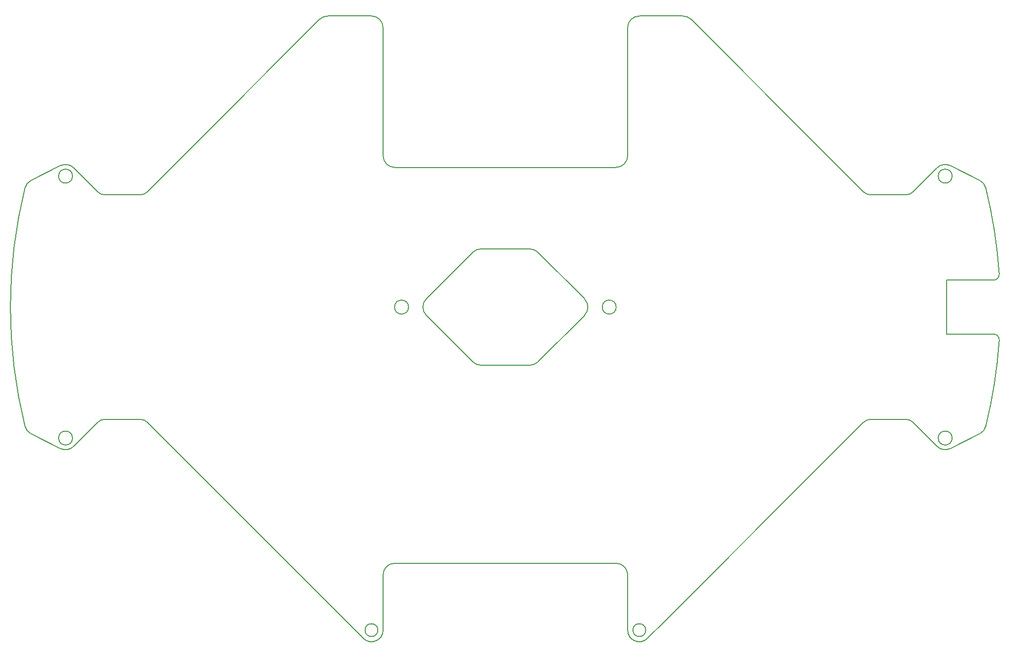
<source format=gm1>
%TF.GenerationSoftware,KiCad,Pcbnew,(6.0.9)*%
%TF.CreationDate,2022-12-21T05:14:32+09:00*%
%TF.ProjectId,main,6d61696e-2e6b-4696-9361-645f70636258,rev?*%
%TF.SameCoordinates,Original*%
%TF.FileFunction,Profile,NP*%
%FSLAX46Y46*%
G04 Gerber Fmt 4.6, Leading zero omitted, Abs format (unit mm)*
G04 Created by KiCad (PCBNEW (6.0.9)) date 2022-12-21 05:14:32*
%MOMM*%
%LPD*%
G01*
G04 APERTURE LIST*
%TA.AperFunction,Profile*%
%ADD10C,0.200000*%
%TD*%
G04 APERTURE END LIST*
D10*
X163585787Y-101414214D02*
X155585787Y-109414214D01*
X87360389Y-80700999D02*
G75*
G03*
X88421049Y-80261670I11J1499999D01*
G01*
X136414213Y-98585786D02*
G75*
G03*
X136414213Y-101414214I1414187J-1414214D01*
G01*
X129000000Y-74000000D02*
X129000000Y-51999999D01*
X219942911Y-119738329D02*
X224117080Y-123912499D01*
X68547494Y-121773748D02*
X73574278Y-124287139D01*
X234809559Y-105686906D02*
G75*
G03*
X233811787Y-104620000I-997759J66906D01*
G01*
X174100000Y-155488851D02*
G75*
G03*
X174100000Y-155488851I-1100000J0D01*
G01*
X67500763Y-79533543D02*
G75*
G03*
X67500763Y-120466457I82499237J-20466457D01*
G01*
X122613437Y-153930717D02*
X125585786Y-156903066D01*
X154171573Y-110000000D02*
X145828427Y-110000000D01*
X68547497Y-78226259D02*
G75*
G03*
X67500763Y-79533543I894403J-1788841D01*
G01*
X234809549Y-94313095D02*
G75*
G03*
X232499237Y-79533543I-84809449J-5686905D01*
G01*
X181903048Y-50585803D02*
G75*
G03*
X180488851Y-49999999I-1414148J-1413997D01*
G01*
X163585787Y-101414214D02*
G75*
G03*
X163585787Y-98585786I-1414187J1414214D01*
G01*
X154171573Y-109999982D02*
G75*
G03*
X155585787Y-109414214I27J1999982D01*
G01*
X180488851Y-49999999D02*
X173000000Y-49999999D01*
X155585787Y-90585786D02*
X163585787Y-98585786D01*
X80057061Y-80261697D02*
G75*
G03*
X81117749Y-80701011I1060639J1060697D01*
G01*
X212639610Y-119298989D02*
X218882250Y-119298989D01*
X225800000Y-95380000D02*
X233811787Y-95380000D01*
X129000000Y-74000000D02*
G75*
G03*
X131000000Y-76000000I2000000J0D01*
G01*
X75882918Y-123912499D02*
X80057088Y-119738330D01*
X231452503Y-121773741D02*
G75*
G03*
X232499237Y-120466457I-894403J1788841D01*
G01*
X127000000Y-49999999D02*
X119511149Y-49999999D01*
X169000000Y-76000000D02*
G75*
G03*
X171000000Y-74000000I0J2000000D01*
G01*
X233811787Y-104620000D02*
X225800000Y-104620000D01*
X128100000Y-155488853D02*
G75*
G03*
X128100000Y-155488853I-1100000J0D01*
G01*
X131000000Y-144000001D02*
X169000000Y-144000001D01*
X232499240Y-120466458D02*
G75*
G03*
X234809546Y-105686905I-82499340J20466458D01*
G01*
X67500756Y-120466459D02*
G75*
G03*
X68547494Y-121773748I1941144J481559D01*
G01*
X96069282Y-72613437D02*
X88421049Y-80261670D01*
X129000001Y-51999999D02*
G75*
G03*
X127000000Y-49999999I-2000001J-1D01*
G01*
X144414213Y-109414214D02*
X136414213Y-101414214D01*
X218882250Y-80701031D02*
G75*
G03*
X219942911Y-80261670I50J1499831D01*
G01*
X211578963Y-80261657D02*
G75*
G03*
X212639610Y-80701010I1060637J1060557D01*
G01*
X224117081Y-76087501D02*
X219942911Y-80261670D01*
X173000000Y-50000000D02*
G75*
G03*
X171000000Y-51999999I0J-2000000D01*
G01*
X73574277Y-75712859D02*
X68547494Y-78226252D01*
X96069282Y-127386561D02*
X122613437Y-153930717D01*
X226425721Y-124287140D02*
X231452506Y-121773748D01*
X133371573Y-100000000D02*
G75*
G03*
X133371573Y-100000000I-1200000J0D01*
G01*
X224117087Y-123912492D02*
G75*
G03*
X226425721Y-124287140I1414213J1414192D01*
G01*
X80057088Y-80261670D02*
X75882919Y-76087500D01*
X88421057Y-119738321D02*
G75*
G03*
X87360389Y-119298989I-1060657J-1060679D01*
G01*
X225800000Y-104620000D02*
X225800000Y-95380000D01*
X171000000Y-146000001D02*
X171000000Y-155488851D01*
X203930717Y-72613438D02*
X181903065Y-50585786D01*
X75882913Y-76087506D02*
G75*
G03*
X73574277Y-75712859I-1414213J-1414194D01*
G01*
X125585762Y-156903090D02*
G75*
G03*
X129000000Y-155488853I1414238J1414190D01*
G01*
X219942929Y-119738311D02*
G75*
G03*
X218882250Y-119298989I-1060729J-1060889D01*
G01*
X226731294Y-77501714D02*
G75*
G03*
X226731294Y-77501714I-1200000J0D01*
G01*
X119511149Y-50000034D02*
G75*
G03*
X118096935Y-50585786I-49J-1999966D01*
G01*
X88421049Y-119738329D02*
X96069282Y-127386561D01*
X171000035Y-155488851D02*
G75*
G03*
X174414214Y-156903064I1999965J-49D01*
G01*
X226731294Y-122498285D02*
G75*
G03*
X226731294Y-122498285I-1200000J0D01*
G01*
X144414200Y-109414227D02*
G75*
G03*
X145828427Y-110000000I1414200J1414227D01*
G01*
X118096935Y-50585786D02*
X96069282Y-72613437D01*
X203930717Y-127386562D02*
X211578950Y-119738329D01*
X73574274Y-124287147D02*
G75*
G03*
X75882918Y-123912499I894426J1788847D01*
G01*
X81117749Y-119299027D02*
G75*
G03*
X80057088Y-119738330I-49J-1499973D01*
G01*
X129000000Y-155488853D02*
X129000000Y-146000001D01*
X75668705Y-122498285D02*
G75*
G03*
X75668705Y-122498285I-1200000J0D01*
G01*
X81117749Y-119298989D02*
X87360389Y-119298989D01*
X75668705Y-77501714D02*
G75*
G03*
X75668705Y-77501714I-1200000J0D01*
G01*
X169000000Y-76000000D02*
X131000000Y-76000000D01*
X145828427Y-90000018D02*
G75*
G03*
X144414213Y-90585786I-27J-1999982D01*
G01*
X145828427Y-90000000D02*
X154171573Y-90000000D01*
X174414214Y-156903064D02*
X177386561Y-153930717D01*
X177386561Y-153930717D02*
X203930717Y-127386562D01*
X136414213Y-98585786D02*
X144414213Y-90585786D01*
X155585800Y-90585773D02*
G75*
G03*
X154171573Y-90000000I-1414200J-1414227D01*
G01*
X170999999Y-146000001D02*
G75*
G03*
X169000000Y-144000001I-1999999J1D01*
G01*
X232499244Y-79533541D02*
G75*
G03*
X231452506Y-78226252I-1941144J-481559D01*
G01*
X233811787Y-95379987D02*
G75*
G03*
X234809546Y-94313095I13J999987D01*
G01*
X169028427Y-100000000D02*
G75*
G03*
X169028427Y-100000000I-1200000J0D01*
G01*
X218882250Y-80701010D02*
X212639610Y-80701010D01*
X171000000Y-51999999D02*
X171000000Y-74000000D01*
X231452506Y-78226252D02*
X226425721Y-75712860D01*
X87360389Y-80701010D02*
X81117749Y-80701011D01*
X212639610Y-119299029D02*
G75*
G03*
X211578950Y-119738329I-10J-1500071D01*
G01*
X211578950Y-80261670D02*
X203930717Y-72613438D01*
X131000000Y-144000000D02*
G75*
G03*
X129000000Y-146000001I0J-2000000D01*
G01*
X226425725Y-75712851D02*
G75*
G03*
X224117081Y-76087501I-894425J-1788849D01*
G01*
M02*

</source>
